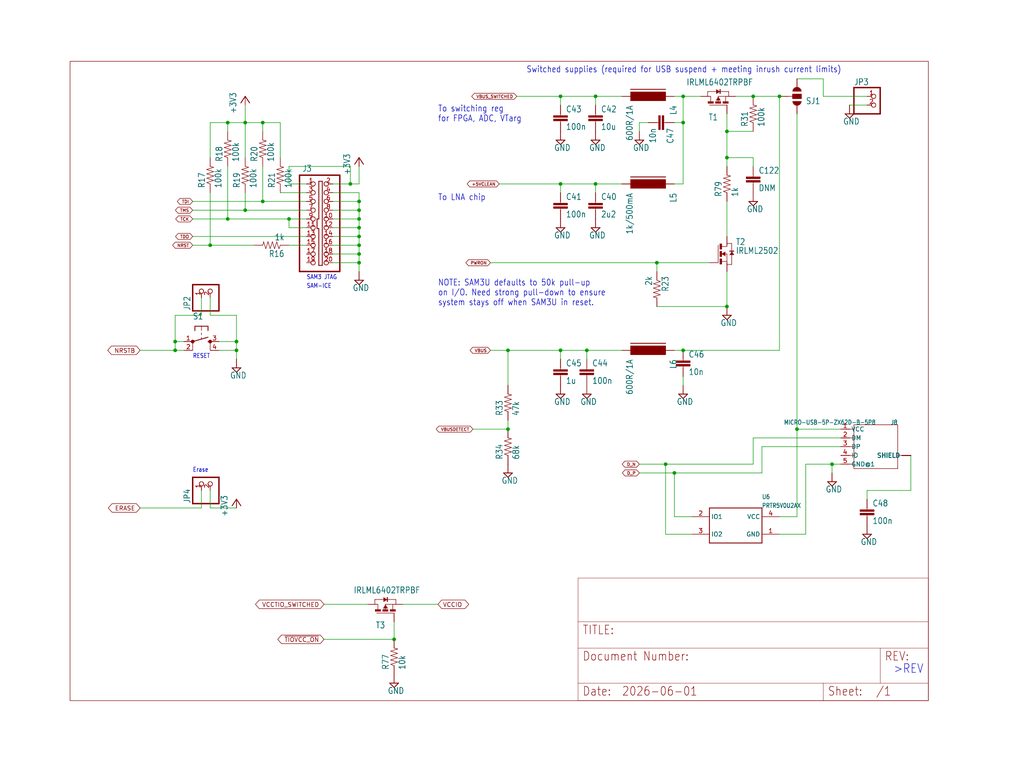
<source format=kicad_sch>
(kicad_sch (version 20230121) (generator eeschema)
  (paper "User" 297.002 223.571)
  (lib_symbols
    (symbol "cw-lite-main-eagle-import:+3V3" (power)
      (property "Value" "+3V3" (at -2.54 -5.08 90))
      (symbol "+3V3_1_0"
        (polyline (pts (xy 0 0) (xy -1.27 -1.905)) (stroke (width 0.254)))
        (polyline (pts (xy 1.27 -1.905) (xy 0 0)) (stroke (width 0.254)))
        (pin power_in line (at 0 -2.54 90) (length 2.54) (name "+3V3") (number "1"))
      )
    )
    (symbol "cw-lite-main-eagle-import:FERRITE-0603"
      (property "Reference" "L" (at 2.54 6.35 0))
      (symbol "FERRITE-0603_1_0"
        (rectangle (start -1.27 -5.08) (end 1.27 5.08) (fill (type outline)))
        (polyline (pts (xy -2.032 -5.08) (xy -2.032 5.08)) (stroke (width 0.254)))
        (pin passive line (at 0 7.62 270) (length 2.54) (name "1") (number "1"))
        (pin passive line (at 0 -7.62 90) (length 2.54) (name "2") (number "2"))
      )
    )
    (symbol "cw-lite-main-eagle-import:GND" (power)
      (property "Value" "GND" (at -1.905 -3.175 0))
      (symbol "GND_1_0"
        (polyline (pts (xy -1.27 0) (xy 1.27 0)) (stroke (width 0.254)))
        (polyline (pts (xy 0 -1.27) (xy -1.27 0)) (stroke (width 0.254)))
        (polyline (pts (xy 1.27 0) (xy 0 -1.27)) (stroke (width 0.254)))
        (pin power_in line (at 0 2.54 270) (length 2.54) (name "GND") (number "1"))
      )
    )
    (symbol "cw-lite-main-eagle-import:LETTER_L"
      (symbol "LETTER_L_1_0"
        (polyline (pts (xy 0 0) (xy 248.92 0) (xy 248.92 185.42) (xy 0 185.42) (xy 0 0)))
      )
      (symbol "LETTER_L_2_0"
        (polyline (pts (xy 0 0) (xy 0 5.08)) (stroke (width 0.1016)))
        (polyline (pts (xy 0 0) (xy 71.12 0)) (stroke (width 0.1016)))
        (polyline (pts (xy 0 5.08) (xy 0 15.24)) (stroke (width 0.1016)))
        (polyline (pts (xy 0 5.08) (xy 71.12 5.08)) (stroke (width 0.1016)))
        (polyline (pts (xy 0 15.24) (xy 0 22.86)) (stroke (width 0.1016)))
        (polyline (pts (xy 0 22.86) (xy 0 35.56)) (stroke (width 0.1016)))
        (polyline (pts (xy 0 22.86) (xy 101.6 22.86)) (stroke (width 0.1016)))
        (polyline (pts (xy 71.12 0) (xy 101.6 0)) (stroke (width 0.1016)))
        (polyline (pts (xy 71.12 5.08) (xy 71.12 0)) (stroke (width 0.1016)))
        (polyline (pts (xy 71.12 5.08) (xy 87.63 5.08)) (stroke (width 0.1016)))
        (polyline (pts (xy 87.63 5.08) (xy 101.6 5.08)) (stroke (width 0.1016)))
        (polyline (pts (xy 87.63 15.24) (xy 0 15.24)) (stroke (width 0.1016)))
        (polyline (pts (xy 87.63 15.24) (xy 87.63 5.08)) (stroke (width 0.1016)))
        (polyline (pts (xy 101.6 5.08) (xy 101.6 0)) (stroke (width 0.1016)))
        (polyline (pts (xy 101.6 15.24) (xy 87.63 15.24)) (stroke (width 0.1016)))
        (polyline (pts (xy 101.6 15.24) (xy 101.6 5.08)) (stroke (width 0.1016)))
        (polyline (pts (xy 101.6 22.86) (xy 101.6 15.24)) (stroke (width 0.1016)))
        (polyline (pts (xy 101.6 35.56) (xy 0 35.56)) (stroke (width 0.1016)))
        (polyline (pts (xy 101.6 35.56) (xy 101.6 22.86)) (stroke (width 0.1016)))
        (text "${#}/${##}" (at 86.36 1.27 0) (effects (font (size 2.54 2.159)) (justify left bottom)))
        (text "${CURRENT_DATE}" (at 12.7 1.27 0) (effects (font (size 2.54 2.159)) (justify left bottom)))
        (text "${PROJECTNAME}" (at 17.78 19.05 0) (effects (font (size 2.54 2.159)) (justify left bottom)))
        (text "Date:" (at 1.27 1.27 0) (effects (font (size 2.54 2.159)) (justify left bottom)))
        (text "Document Number:" (at 1.27 11.43 0) (effects (font (size 2.54 2.159)) (justify left bottom)))
        (text "REV:" (at 88.9 11.43 0) (effects (font (size 2.54 2.159)) (justify left bottom)))
        (text "Sheet:" (at 72.39 1.27 0) (effects (font (size 2.54 2.159)) (justify left bottom)))
        (text "TITLE:" (at 1.27 19.05 0) (effects (font (size 2.54 2.159)) (justify left bottom)))
      )
    )
    (symbol "cw-lite-main-eagle-import:MICRO-USB-5P-ZX62D-B-5P8"
      (property "Reference" "J" (at -6.35 6.35 0))
      (symbol "MICRO-USB-5P-ZX62D-B-5P8_1_0"
        (polyline (pts (xy -7.62 -2.54) (xy -6.35 -2.54)) (stroke (width 0.1524)))
        (polyline (pts (xy -6.35 -6.35) (xy 6.35 -6.35)) (stroke (width 0.1524)))
        (polyline (pts (xy -6.35 -2.54) (xy -6.35 -6.35)) (stroke (width 0.1524)))
        (polyline (pts (xy -6.35 6.35) (xy -6.35 -2.54)) (stroke (width 0.1524)))
        (polyline (pts (xy 6.35 -6.35) (xy 6.35 -5.08)) (stroke (width 0.1524)))
        (polyline (pts (xy 6.35 -5.08) (xy 6.35 -2.54)) (stroke (width 0.1524)))
        (polyline (pts (xy 6.35 -5.08) (xy 7.62 -5.08)) (stroke (width 0.1524)))
        (polyline (pts (xy 6.35 -2.54) (xy 6.35 0)) (stroke (width 0.1524)))
        (polyline (pts (xy 6.35 -2.54) (xy 7.62 -2.54)) (stroke (width 0.1524)))
        (polyline (pts (xy 6.35 0) (xy 6.35 2.54)) (stroke (width 0.1524)))
        (polyline (pts (xy 6.35 0) (xy 7.62 0)) (stroke (width 0.1524)))
        (polyline (pts (xy 6.35 2.54) (xy 6.35 5.08)) (stroke (width 0.1524)))
        (polyline (pts (xy 6.35 2.54) (xy 7.62 2.54)) (stroke (width 0.1524)))
        (polyline (pts (xy 6.35 5.08) (xy 6.35 6.35)) (stroke (width 0.1524)))
        (polyline (pts (xy 6.35 5.08) (xy 8.89 5.08)) (stroke (width 0.1524)))
        (polyline (pts (xy 6.35 6.35) (xy -6.35 6.35)) (stroke (width 0.1524)))
        (pin bidirectional line (at 10.16 5.08 180) (length 2.54) (name "VCC") (number "1"))
        (pin bidirectional line (at 10.16 2.54 180) (length 2.54) (name "DM") (number "2"))
        (pin bidirectional line (at 10.16 0 180) (length 2.54) (name "DP") (number "3"))
        (pin bidirectional line (at 10.16 -2.54 180) (length 2.54) (name "ID") (number "4"))
        (pin bidirectional line (at 10.16 -5.08 180) (length 2.54) (name "GND@1") (number "5"))
        (pin bidirectional line (at -10.16 -2.54 0) (length 2.54) (name "SHIELD") (number "E1"))
        (pin bidirectional line (at -10.16 -2.54 0) (length 2.54) (name "SHIELD") (number "E2"))
        (pin bidirectional line (at -10.16 -2.54 0) (length 2.54) (name "SHIELD") (number "P$1"))
        (pin bidirectional line (at -10.16 -2.54 0) (length 2.54) (name "SHIELD") (number "P$2"))
        (pin bidirectional line (at -10.16 -2.54 0) (length 2.54) (name "SHIELD") (number "P$3"))
        (pin bidirectional line (at -10.16 -2.54 0) (length 2.54) (name "SHIELD") (number "P$4"))
      )
    )
    (symbol "cw-lite-main-eagle-import:NMOSSOT23"
      (property "Reference" "T" (at 2.54 2.54 0))
      (symbol "NMOSSOT23_1_0"
        (rectangle (start -2.032 -2.921) (end -1.524 -1.397) (fill (type outline)))
        (rectangle (start -2.032 -0.762) (end -1.524 0.762) (fill (type outline)))
        (rectangle (start -2.032 1.397) (end -1.524 2.921) (fill (type outline)))
        (polyline (pts (xy -2.54 -2.54) (xy -2.54 2.54)) (stroke (width 0.1524)))
        (polyline (pts (xy -1.524 -2.159) (xy 0 -2.159)) (stroke (width 0.1524)))
        (polyline (pts (xy -1.524 2.159) (xy 0 2.159)) (stroke (width 0.1524)))
        (polyline (pts (xy -0.508 0) (xy 0 0)) (stroke (width 0.1524)))
        (polyline (pts (xy 0 -2.159) (xy 0 -2.54)) (stroke (width 0.1524)))
        (polyline (pts (xy 0 0) (xy 0 -2.159)) (stroke (width 0.1524)))
        (polyline (pts (xy 0 2.159) (xy 0 2.54)) (stroke (width 0.1524)))
        (polyline (pts (xy 0 3.048) (xy 1.397 3.048)) (stroke (width 0.1524)))
        (polyline (pts (xy 1.397 -3.048) (xy 0 -3.048)) (stroke (width 0.1524)))
        (polyline (pts (xy 1.397 -0.254) (xy 1.397 -3.048)) (stroke (width 0.1524)))
        (polyline (pts (xy 1.397 3.048) (xy 1.397 0.762)) (stroke (width 0.1524)))
        (polyline (pts (xy -1.524 0) (xy -0.508 0.635) (xy -0.508 -0.635)) (stroke (width 0.1016)) (fill (type outline)))
        (polyline (pts (xy 1.397 0.762) (xy 2.032 -0.254) (xy 0.762 -0.254)) (stroke (width 0.1016)) (fill (type outline)))
        (rectangle (start 0.762 0.762) (end 2.032 0.889) (fill (type outline)))
        (pin passive line (at 0 5.08 270) (length 2.54) (name "D") (number "1"))
        (pin passive line (at 0 -5.08 90) (length 2.54) (name "S") (number "2"))
        (pin passive line (at -5.08 -2.54 0) (length 2.54) (name "G") (number "3"))
      )
    )
    (symbol "cw-lite-main-eagle-import:PINHD-1X2"
      (property "Reference" "JP" (at -6.35 5.715 0))
      (symbol "PINHD-1X2_1_0"
        (polyline (pts (xy -6.35 -2.54) (xy 1.27 -2.54)) (stroke (width 0.4064)))
        (polyline (pts (xy -6.35 5.08) (xy -6.35 -2.54)) (stroke (width 0.4064)))
        (polyline (pts (xy 1.27 -2.54) (xy 1.27 5.08)) (stroke (width 0.4064)))
        (polyline (pts (xy 1.27 5.08) (xy -6.35 5.08)) (stroke (width 0.4064)))
        (pin passive inverted (at -2.54 2.54 0) (length 2.54) (name "1") (number "1"))
        (pin passive inverted (at -2.54 0 0) (length 2.54) (name "2") (number "2"))
      )
    )
    (symbol "cw-lite-main-eagle-import:PMOSSOT23"
      (property "Reference" "T" (at 2.54 2.54 0))
      (symbol "PMOSSOT23_1_0"
        (rectangle (start -2.032 -2.921) (end -1.524 -1.397) (fill (type outline)))
        (rectangle (start -2.032 -0.762) (end -1.524 0.762) (fill (type outline)))
        (rectangle (start -2.032 1.397) (end -1.524 2.921) (fill (type outline)))
        (polyline (pts (xy -2.54 -2.54) (xy -2.54 2.54)) (stroke (width 0.1524)))
        (polyline (pts (xy -1.651 0) (xy 0 0)) (stroke (width 0.1524)))
        (polyline (pts (xy -1.524 -2.159) (xy 0 -2.159)) (stroke (width 0.1524)))
        (polyline (pts (xy -1.524 2.159) (xy 0 2.159)) (stroke (width 0.1524)))
        (polyline (pts (xy 0 -2.159) (xy 0 -2.54)) (stroke (width 0.1524)))
        (polyline (pts (xy 0 0) (xy 0 -2.159)) (stroke (width 0.1524)))
        (polyline (pts (xy 0 2.159) (xy 0 2.54)) (stroke (width 0.1524)))
        (polyline (pts (xy 0 3.048) (xy 1.397 3.048)) (stroke (width 0.1524)))
        (polyline (pts (xy 1.397 -3.048) (xy 0 -3.048)) (stroke (width 0.1524)))
        (polyline (pts (xy 1.397 -0.508) (xy 1.397 -3.048)) (stroke (width 0.1524)))
        (polyline (pts (xy 1.397 3.048) (xy 1.397 0.381)) (stroke (width 0.1524)))
        (polyline (pts (xy -0.127 0) (xy -1.143 -0.635) (xy -1.143 0.635)) (stroke (width 0.1016)) (fill (type outline)))
        (polyline (pts (xy 1.397 -0.508) (xy 0.762 0.508) (xy 2.032 0.508)) (stroke (width 0.1016)) (fill (type outline)))
        (rectangle (start 0.762 -0.635) (end 2.032 -0.508) (fill (type outline)))
        (pin passive line (at 0 5.08 270) (length 2.54) (name "D") (number "1"))
        (pin passive line (at 0 -5.08 90) (length 2.54) (name "S") (number "2"))
        (pin passive line (at -5.08 -2.54 0) (length 2.54) (name "G") (number "3"))
      )
    )
    (symbol "cw-lite-main-eagle-import:PRTR5V0U2AX"
      (property "Reference" "U" (at 12.7 7.62 0))
      (symbol "PRTR5V0U2AX_1_0"
        (polyline (pts (xy -2.54 -5.08) (xy 12.7 -5.08)) (stroke (width 0.254)))
        (polyline (pts (xy -2.54 5.08) (xy -2.54 -5.08)) (stroke (width 0.254)))
        (polyline (pts (xy 12.7 -5.08) (xy 12.7 5.08)) (stroke (width 0.254)))
        (polyline (pts (xy 12.7 5.08) (xy -2.54 5.08)) (stroke (width 0.254)))
        (pin bidirectional line (at 17.78 -2.54 180) (length 5.08) (name "GND") (number "1"))
        (pin bidirectional line (at -7.62 2.54 0) (length 5.08) (name "IO1") (number "2"))
        (pin bidirectional line (at -7.62 -2.54 0) (length 5.08) (name "IO2") (number "3"))
        (pin bidirectional line (at 17.78 2.54 180) (length 5.08) (name "VCC") (number "4"))
      )
    )
    (symbol "cw-lite-main-eagle-import:RES0402-RES"
      (property "Reference" "R" (at -3.81 1.4986 0))
      (symbol "RES0402-RES_1_0"
        (polyline (pts (xy -2.54 0) (xy -2.159 1.016)) (stroke (width 0.1524)))
        (polyline (pts (xy -2.159 1.016) (xy -1.524 -1.016)) (stroke (width 0.1524)))
        (polyline (pts (xy -1.524 -1.016) (xy -0.889 1.016)) (stroke (width 0.1524)))
        (polyline (pts (xy -0.889 1.016) (xy -0.254 -1.016)) (stroke (width 0.1524)))
        (polyline (pts (xy -0.254 -1.016) (xy 0.381 1.016)) (stroke (width 0.1524)))
        (polyline (pts (xy 0.381 1.016) (xy 1.016 -1.016)) (stroke (width 0.1524)))
        (polyline (pts (xy 1.016 -1.016) (xy 1.651 1.016)) (stroke (width 0.1524)))
        (polyline (pts (xy 1.651 1.016) (xy 2.286 -1.016)) (stroke (width 0.1524)))
        (polyline (pts (xy 2.286 -1.016) (xy 2.54 0)) (stroke (width 0.1524)))
        (pin passive line (at -5.08 0 0) (length 2.54) (name "1") (number "1"))
        (pin passive line (at 5.08 0 180) (length 2.54) (name "2") (number "2"))
      )
    )
    (symbol "cw-lite-main-eagle-import:SHROUD_2X10-SHROUDED"
      (property "Reference" "J" (at -1.27 13.6525 0))
      (symbol "SHROUD_2X10-SHROUDED_1_0"
        (polyline (pts (xy -2.032 -15.24) (xy -2.032 12.7)) (stroke (width 0.4064)))
        (polyline (pts (xy -2.032 12.7) (xy 9.652 12.7)) (stroke (width 0.4064)))
        (polyline (pts (xy 3.048 -2.794) (xy 3.556 -2.794)) (stroke (width 0.254)))
        (polyline (pts (xy 3.048 0) (xy 3.048 -2.794)) (stroke (width 0.254)))
        (polyline (pts (xy 3.556 -13.462) (xy 4.572 -13.462)) (stroke (width 0.254)))
        (polyline (pts (xy 3.556 -2.794) (xy 3.556 -13.462)) (stroke (width 0.254)))
        (polyline (pts (xy 3.556 0) (xy 3.048 0)) (stroke (width 0.254)))
        (polyline (pts (xy 3.556 10.922) (xy 3.556 0)) (stroke (width 0.254)))
        (polyline (pts (xy 4.572 -13.462) (xy 4.572 10.922)) (stroke (width 0.254)))
        (polyline (pts (xy 4.572 10.922) (xy 3.556 10.922)) (stroke (width 0.254)))
        (polyline (pts (xy 9.652 -15.24) (xy -2.032 -15.24)) (stroke (width 0.4064)))
        (polyline (pts (xy 9.652 12.7) (xy 9.652 -15.24)) (stroke (width 0.4064)))
        (pin passive inverted (at 0 10.16 0) (length 2.54) (name "1") (number "1"))
        (pin passive inverted (at 7.62 0 180) (length 2.54) (name "10") (number "10"))
        (pin passive inverted (at 0 -2.54 0) (length 2.54) (name "11") (number "11"))
        (pin passive inverted (at 7.62 -2.54 180) (length 2.54) (name "12") (number "12"))
        (pin passive inverted (at 0 -5.08 0) (length 2.54) (name "13") (number "13"))
        (pin passive inverted (at 7.62 -5.08 180) (length 2.54) (name "14") (number "14"))
        (pin passive inverted (at 0 -7.62 0) (length 2.54) (name "15") (number "15"))
        (pin passive inverted (at 7.62 -7.62 180) (length 2.54) (name "16") (number "16"))
        (pin passive inverted (at 0 -10.16 0) (length 2.54) (name "17") (number "17"))
        (pin passive inverted (at 7.62 -10.16 180) (length 2.54) (name "18") (number "18"))
        (pin passive inverted (at 0 -12.7 0) (length 2.54) (name "19") (number "19"))
        (pin passive inverted (at 7.62 10.16 180) (length 2.54) (name "2") (number "2"))
        (pin passive inverted (at 7.62 -12.7 180) (length 2.54) (name "20") (number "20"))
        (pin passive inverted (at 0 7.62 0) (length 2.54) (name "3") (number "3"))
        (pin passive inverted (at 7.62 7.62 180) (length 2.54) (name "4") (number "4"))
        (pin passive inverted (at 0 5.08 0) (length 2.54) (name "5") (number "5"))
        (pin passive inverted (at 7.62 5.08 180) (length 2.54) (name "6") (number "6"))
        (pin passive inverted (at 0 2.54 0) (length 2.54) (name "7") (number "7"))
        (pin passive inverted (at 7.62 2.54 180) (length 2.54) (name "8") (number "8"))
        (pin passive inverted (at 0 0 0) (length 2.54) (name "9") (number "9"))
      )
    )
    (symbol "cw-lite-main-eagle-import:SOLDERJUMPER_2WAYPASTE1&2"
      (property "Reference" "SJ" (at 2.54 0.381 0))
      (symbol "SOLDERJUMPER_2WAYPASTE1&2_1_0"
        (arc (start -1.27 -1.397) (mid 0 -2.6615) (end 1.27 -1.397) (stroke (width 0.0001)) (fill (type outline)))
        (rectangle (start -1.27 -0.635) (end 1.27 0.635) (fill (type outline)))
        (polyline (pts (xy -2.54 0) (xy -1.27 0)) (stroke (width 0.1524)))
        (polyline (pts (xy -1.27 -0.635) (xy -1.27 0)) (stroke (width 0.1524)))
        (polyline (pts (xy -1.27 0) (xy -1.27 0.635)) (stroke (width 0.1524)))
        (polyline (pts (xy -1.27 0.635) (xy 1.27 0.635)) (stroke (width 0.1524)))
        (polyline (pts (xy 1.27 -0.635) (xy -1.27 -0.635)) (stroke (width 0.1524)))
        (polyline (pts (xy 1.27 0.635) (xy 1.27 -0.635)) (stroke (width 0.1524)))
        (arc (start 1.27 1.397) (mid 0 2.6615) (end -1.27 1.397) (stroke (width 0.0001)) (fill (type outline)))
        (pin passive line (at 0 5.08 270) (length 2.54) (name "1") (number "1"))
        (pin passive line (at -5.08 0 0) (length 2.54) (name "2") (number "2"))
        (pin passive line (at 0 -5.08 90) (length 2.54) (name "3") (number "3"))
      )
    )
    (symbol "cw-lite-main-eagle-import:TAC_SWITCHSMD"
      (property "Reference" "S" (at -2.54 6.35 0))
      (symbol "TAC_SWITCHSMD_1_0"
        (circle (center -2.54 0) (radius 0.127) (stroke (width 0.4064)))
        (polyline (pts (xy -2.54 -2.54) (xy -2.54 0)) (stroke (width 0.1524)))
        (polyline (pts (xy -2.54 0) (xy 1.905 1.27)) (stroke (width 0.254)))
        (polyline (pts (xy -1.905 4.445) (xy -1.905 3.175)) (stroke (width 0.254)))
        (polyline (pts (xy 0 1.27) (xy 0 0.635)) (stroke (width 0.1524)))
        (polyline (pts (xy 0 2.54) (xy 0 1.905)) (stroke (width 0.1524)))
        (polyline (pts (xy 0 4.445) (xy -1.905 4.445)) (stroke (width 0.254)))
        (polyline (pts (xy 0 4.445) (xy 0 3.175)) (stroke (width 0.1524)))
        (polyline (pts (xy 1.905 0) (xy 2.54 0)) (stroke (width 0.254)))
        (polyline (pts (xy 1.905 4.445) (xy 0 4.445)) (stroke (width 0.254)))
        (polyline (pts (xy 1.905 4.445) (xy 1.905 3.175)) (stroke (width 0.254)))
        (polyline (pts (xy 2.54 -2.54) (xy 2.54 0)) (stroke (width 0.1524)))
        (circle (center 2.54 0) (radius 0.127) (stroke (width 0.4064)))
        (pin passive line (at -5.08 0 0) (length 2.54) (name "1") (number "1"))
        (pin passive line (at -5.08 -2.54 0) (length 2.54) (name "2") (number "2"))
        (pin passive line (at 5.08 0 180) (length 2.54) (name "3") (number "3"))
        (pin passive line (at 5.08 -2.54 180) (length 2.54) (name "4") (number "4"))
      )
    )
    (symbol "cw-lite-main-eagle-import:custom-std_CAP0603-CAP"
      (property "Reference" "C" (at 1.524 2.921 0))
      (symbol "custom-std_CAP0603-CAP_1_0"
        (rectangle (start -2.032 0.508) (end 2.032 1.016) (fill (type outline)))
        (rectangle (start -2.032 1.524) (end 2.032 2.032) (fill (type outline)))
        (polyline (pts (xy 0 0) (xy 0 0.508)) (stroke (width 0.1524)))
        (polyline (pts (xy 0 2.54) (xy 0 2.032)) (stroke (width 0.1524)))
        (pin passive line (at 0 5.08 270) (length 2.54) (name "1") (number "1"))
        (pin passive line (at 0 -2.54 90) (length 2.54) (name "2") (number "2"))
      )
    )
    (symbol "cw-lite-main-eagle-import:custom-std_RES0402-RES"
      (property "Reference" "R" (at -3.81 1.4986 0))
      (symbol "custom-std_RES0402-RES_1_0"
        (polyline (pts (xy -2.54 0) (xy -2.159 1.016)) (stroke (width 0.1524)))
        (polyline (pts (xy -2.159 1.016) (xy -1.524 -1.016)) (stroke (width 0.1524)))
        (polyline (pts (xy -1.524 -1.016) (xy -0.889 1.016)) (stroke (width 0.1524)))
        (polyline (pts (xy -0.889 1.016) (xy -0.254 -1.016)) (stroke (width 0.1524)))
        (polyline (pts (xy -0.254 -1.016) (xy 0.381 1.016)) (stroke (width 0.1524)))
        (polyline (pts (xy 0.381 1.016) (xy 1.016 -1.016)) (stroke (width 0.1524)))
        (polyline (pts (xy 1.016 -1.016) (xy 1.651 1.016)) (stroke (width 0.1524)))
        (polyline (pts (xy 1.651 1.016) (xy 2.286 -1.016)) (stroke (width 0.1524)))
        (polyline (pts (xy 2.286 -1.016) (xy 2.54 0)) (stroke (width 0.1524)))
        (pin passive line (at -5.08 0 0) (length 2.54) (name "1") (number "1"))
        (pin passive line (at 5.08 0 180) (length 2.54) (name "2") (number "2"))
      )
    )
    (symbol "cw-lite-main-eagle-import:custom-std_RES0603-RES"
      (property "Reference" "R" (at -3.81 1.4986 0))
      (symbol "custom-std_RES0603-RES_1_0"
        (polyline (pts (xy -2.54 0) (xy -2.159 1.016)) (stroke (width 0.1524)))
        (polyline (pts (xy -2.159 1.016) (xy -1.524 -1.016)) (stroke (width 0.1524)))
        (polyline (pts (xy -1.524 -1.016) (xy -0.889 1.016)) (stroke (width 0.1524)))
        (polyline (pts (xy -0.889 1.016) (xy -0.254 -1.016)) (stroke (width 0.1524)))
        (polyline (pts (xy -0.254 -1.016) (xy 0.381 1.016)) (stroke (width 0.1524)))
        (polyline (pts (xy 0.381 1.016) (xy 1.016 -1.016)) (stroke (width 0.1524)))
        (polyline (pts (xy 1.016 -1.016) (xy 1.651 1.016)) (stroke (width 0.1524)))
        (polyline (pts (xy 1.651 1.016) (xy 2.286 -1.016)) (stroke (width 0.1524)))
        (polyline (pts (xy 2.286 -1.016) (xy 2.54 0)) (stroke (width 0.1524)))
        (pin passive line (at -5.08 0 0) (length 2.54) (name "1") (number "1"))
        (pin passive line (at 5.08 0 180) (length 2.54) (name "2") (number "2"))
      )
    )
  )
  (junction (at 190.5 76.2))
  (junction (at 195.58 137.16))
  (junction (at 172.72 27.94))
  (junction (at 210.82 45.72))
  (junction (at 231.14 124.46))
  (junction (at 162.56 27.94))
  (junction (at 218.44 27.94))
  (junction (at 104.14 66.04))
  (junction (at 162.56 53.34))
  (junction (at 50.8 101.6))
  (junction (at 198.12 27.94))
  (junction (at 71.12 35.56))
  (junction (at 104.14 73.66))
  (junction (at 104.14 68.58))
  (junction (at 162.56 101.6))
  (junction (at 114.3 185.42))
  (junction (at 198.12 101.6))
  (junction (at 50.8 99.06))
  (junction (at 68.58 99.06))
  (junction (at 83.82 63.5))
  (junction (at 76.2 58.42))
  (junction (at 104.14 71.12))
  (junction (at 71.12 60.96))
  (junction (at 68.58 101.6))
  (junction (at 104.14 63.5))
  (junction (at 210.82 88.9))
  (junction (at 226.06 27.94))
  (junction (at 147.32 124.46))
  (junction (at 60.96 71.12))
  (junction (at 104.14 76.2))
  (junction (at 241.3 134.62))
  (junction (at 104.14 58.42))
  (junction (at 101.6 53.34))
  (junction (at 198.12 35.56))
  (junction (at 66.04 35.56))
  (junction (at 147.32 101.6))
  (junction (at 66.04 63.5))
  (junction (at 76.2 35.56))
  (junction (at 172.72 53.34))
  (junction (at 170.18 101.6))
  (junction (at 104.14 60.96))
  (junction (at 193.04 134.62))
  (junction (at 210.82 38.1))
  (wire (pts (xy 218.44 134.62) (xy 193.04 134.62)) (stroke (width 0.1524)))
  (wire (pts (xy 76.2 38.1) (xy 76.2 35.56)) (stroke (width 0.1524)))
  (wire (pts (xy 200.66 154.94) (xy 193.04 154.94)) (stroke (width 0.1524)))
  (wire (pts (xy 190.5 76.2) (xy 142.24 76.2)) (stroke (width 0.1524)))
  (wire (pts (xy 162.56 53.34) (xy 144.78 53.34)) (stroke (width 0.1524)))
  (wire (pts (xy 76.2 58.42) (xy 55.88 58.42)) (stroke (width 0.1524)))
  (wire (pts (xy 218.44 27.94) (xy 226.06 27.94)) (stroke (width 0.1524)))
  (wire (pts (xy 66.04 38.1) (xy 66.04 35.56)) (stroke (width 0.1524)))
  (wire (pts (xy 73.66 71.12) (xy 60.96 71.12)) (stroke (width 0.1524)))
  (wire (pts (xy 203.2 27.94) (xy 198.12 27.94)) (stroke (width 0.1524)))
  (wire (pts (xy 218.44 45.72) (xy 218.44 48.26)) (stroke (width 0.1524)))
  (wire (pts (xy 88.9 60.96) (xy 71.12 60.96)) (stroke (width 0.1524)))
  (wire (pts (xy 50.8 101.6) (xy 53.34 101.6)) (stroke (width 0.1524)))
  (wire (pts (xy 63.5 99.06) (xy 68.58 99.06)) (stroke (width 0.1524)))
  (wire (pts (xy 198.12 35.56) (xy 198.12 27.94)) (stroke (width 0.1524)))
  (wire (pts (xy 226.06 149.86) (xy 231.14 149.86)) (stroke (width 0.1524)))
  (wire (pts (xy 220.98 129.54) (xy 220.98 137.16)) (stroke (width 0.1524)))
  (wire (pts (xy 251.46 30.48) (xy 246.38 30.48)) (stroke (width 0.1524)))
  (wire (pts (xy 88.9 68.58) (xy 55.88 68.58)) (stroke (width 0.1524)))
  (wire (pts (xy 210.82 33.02) (xy 210.82 38.1)) (stroke (width 0.1524)))
  (wire (pts (xy 66.04 63.5) (xy 55.88 63.5)) (stroke (width 0.1524)))
  (wire (pts (xy 96.52 68.58) (xy 104.14 68.58)) (stroke (width 0.1524)))
  (wire (pts (xy 88.9 71.12) (xy 83.82 71.12)) (stroke (width 0.1524)))
  (wire (pts (xy 114.3 185.42) (xy 93.98 185.42)) (stroke (width 0.1524)))
  (wire (pts (xy 96.52 73.66) (xy 104.14 73.66)) (stroke (width 0.1524)))
  (wire (pts (xy 205.74 76.2) (xy 190.5 76.2)) (stroke (width 0.1524)))
  (wire (pts (xy 83.82 63.5) (xy 66.04 63.5)) (stroke (width 0.1524)))
  (wire (pts (xy 88.9 55.88) (xy 81.28 55.88)) (stroke (width 0.1524)))
  (wire (pts (xy 83.82 53.34) (xy 83.82 48.26)) (stroke (width 0.1524)))
  (wire (pts (xy 226.06 101.6) (xy 226.06 27.94)) (stroke (width 0.1524)))
  (wire (pts (xy 60.96 55.88) (xy 60.96 71.12)) (stroke (width 0.1524)))
  (wire (pts (xy 243.84 129.54) (xy 220.98 129.54)) (stroke (width 0.1524)))
  (wire (pts (xy 226.06 154.94) (xy 233.68 154.94)) (stroke (width 0.1524)))
  (wire (pts (xy 101.6 53.34) (xy 104.14 53.34)) (stroke (width 0.1524)))
  (wire (pts (xy 172.72 55.88) (xy 172.72 53.34)) (stroke (width 0.1524)))
  (wire (pts (xy 104.14 63.5) (xy 104.14 66.04)) (stroke (width 0.1524)))
  (wire (pts (xy 106.68 175.26) (xy 93.98 175.26)) (stroke (width 0.1524)))
  (wire (pts (xy 60.96 35.56) (xy 66.04 35.56)) (stroke (width 0.1524)))
  (wire (pts (xy 172.72 27.94) (xy 162.56 27.94)) (stroke (width 0.1524)))
  (wire (pts (xy 147.32 121.92) (xy 147.32 124.46)) (stroke (width 0.1524)))
  (wire (pts (xy 58.42 147.32) (xy 40.64 147.32)) (stroke (width 0.1524)))
  (wire (pts (xy 71.12 45.72) (xy 71.12 35.56)) (stroke (width 0.1524)))
  (wire (pts (xy 198.12 101.6) (xy 226.06 101.6)) (stroke (width 0.1524)))
  (wire (pts (xy 116.84 175.26) (xy 127 175.26)) (stroke (width 0.1524)))
  (wire (pts (xy 63.5 101.6) (xy 68.58 101.6)) (stroke (width 0.1524)))
  (wire (pts (xy 251.46 142.24) (xy 251.46 144.78)) (stroke (width 0.1524)))
  (wire (pts (xy 96.52 76.2) (xy 104.14 76.2)) (stroke (width 0.1524)))
  (wire (pts (xy 218.44 127) (xy 218.44 134.62)) (stroke (width 0.1524)))
  (wire (pts (xy 71.12 35.56) (xy 76.2 35.56)) (stroke (width 0.1524)))
  (wire (pts (xy 193.04 134.62) (xy 185.42 134.62)) (stroke (width 0.1524)))
  (wire (pts (xy 68.58 101.6) (xy 68.58 104.14)) (stroke (width 0.1524)))
  (wire (pts (xy 198.12 111.76) (xy 198.12 109.22)) (stroke (width 0.1524)))
  (wire (pts (xy 101.6 48.26) (xy 101.6 53.34)) (stroke (width 0.1524)))
  (wire (pts (xy 172.72 53.34) (xy 162.56 53.34)) (stroke (width 0.1524)))
  (wire (pts (xy 233.68 154.94) (xy 233.68 134.62)) (stroke (width 0.1524)))
  (wire (pts (xy 170.18 101.6) (xy 162.56 101.6)) (stroke (width 0.1524)))
  (wire (pts (xy 76.2 35.56) (xy 81.28 35.56)) (stroke (width 0.1524)))
  (wire (pts (xy 195.58 53.34) (xy 198.12 53.34)) (stroke (width 0.1524)))
  (wire (pts (xy 58.42 142.24) (xy 58.42 147.32)) (stroke (width 0.1524)))
  (wire (pts (xy 96.52 60.96) (xy 104.14 60.96)) (stroke (width 0.1524)))
  (wire (pts (xy 104.14 55.88) (xy 104.14 58.42)) (stroke (width 0.1524)))
  (wire (pts (xy 88.9 58.42) (xy 76.2 58.42)) (stroke (width 0.1524)))
  (wire (pts (xy 170.18 104.14) (xy 170.18 101.6)) (stroke (width 0.1524)))
  (wire (pts (xy 60.96 142.24) (xy 60.96 147.32)) (stroke (width 0.1524)))
  (wire (pts (xy 76.2 48.26) (xy 76.2 58.42)) (stroke (width 0.1524)))
  (wire (pts (xy 50.8 91.44) (xy 50.8 99.06)) (stroke (width 0.1524)))
  (wire (pts (xy 162.56 104.14) (xy 162.56 101.6)) (stroke (width 0.1524)))
  (wire (pts (xy 218.44 38.1) (xy 210.82 38.1)) (stroke (width 0.1524)))
  (wire (pts (xy 238.76 27.94) (xy 251.46 27.94)) (stroke (width 0.1524)))
  (wire (pts (xy 162.56 101.6) (xy 147.32 101.6)) (stroke (width 0.1524)))
  (wire (pts (xy 96.52 58.42) (xy 104.14 58.42)) (stroke (width 0.1524)))
  (wire (pts (xy 213.36 27.94) (xy 218.44 27.94)) (stroke (width 0.1524)))
  (wire (pts (xy 241.3 134.62) (xy 241.3 137.16)) (stroke (width 0.1524)))
  (wire (pts (xy 96.52 55.88) (xy 104.14 55.88)) (stroke (width 0.1524)))
  (wire (pts (xy 104.14 53.34) (xy 104.14 48.26)) (stroke (width 0.1524)))
  (wire (pts (xy 60.96 147.32) (xy 68.58 147.32)) (stroke (width 0.1524)))
  (wire (pts (xy 81.28 35.56) (xy 81.28 45.72)) (stroke (width 0.1524)))
  (wire (pts (xy 162.56 27.94) (xy 162.56 30.48)) (stroke (width 0.1524)))
  (wire (pts (xy 96.52 53.34) (xy 101.6 53.34)) (stroke (width 0.1524)))
  (wire (pts (xy 50.8 99.06) (xy 50.8 101.6)) (stroke (width 0.1524)))
  (wire (pts (xy 198.12 53.34) (xy 198.12 35.56)) (stroke (width 0.1524)))
  (wire (pts (xy 88.9 63.5) (xy 83.82 63.5)) (stroke (width 0.1524)))
  (wire (pts (xy 53.34 99.06) (xy 50.8 99.06)) (stroke (width 0.1524)))
  (wire (pts (xy 96.52 71.12) (xy 104.14 71.12)) (stroke (width 0.1524)))
  (wire (pts (xy 195.58 101.6) (xy 198.12 101.6)) (stroke (width 0.1524)))
  (wire (pts (xy 104.14 71.12) (xy 104.14 73.66)) (stroke (width 0.1524)))
  (wire (pts (xy 104.14 58.42) (xy 104.14 60.96)) (stroke (width 0.1524)))
  (wire (pts (xy 147.32 101.6) (xy 142.24 101.6)) (stroke (width 0.1524)))
  (wire (pts (xy 180.34 27.94) (xy 172.72 27.94)) (stroke (width 0.1524)))
  (wire (pts (xy 162.56 53.34) (xy 162.56 55.88)) (stroke (width 0.1524)))
  (wire (pts (xy 50.8 101.6) (xy 40.64 101.6)) (stroke (width 0.1524)))
  (wire (pts (xy 180.34 53.34) (xy 172.72 53.34)) (stroke (width 0.1524)))
  (wire (pts (xy 162.56 27.94) (xy 149.86 27.94)) (stroke (width 0.1524)))
  (wire (pts (xy 66.04 35.56) (xy 71.12 35.56)) (stroke (width 0.1524)))
  (wire (pts (xy 71.12 30.48) (xy 71.12 35.56)) (stroke (width 0.1524)))
  (wire (pts (xy 231.14 124.46) (xy 243.84 124.46)) (stroke (width 0.1524)))
  (wire (pts (xy 187.96 35.56) (xy 185.42 35.56)) (stroke (width 0.1524)))
  (wire (pts (xy 210.82 58.42) (xy 210.82 68.58)) (stroke (width 0.1524)))
  (wire (pts (xy 190.5 78.74) (xy 190.5 76.2)) (stroke (width 0.1524)))
  (wire (pts (xy 210.82 38.1) (xy 210.82 45.72)) (stroke (width 0.1524)))
  (wire (pts (xy 71.12 55.88) (xy 71.12 60.96)) (stroke (width 0.1524)))
  (wire (pts (xy 190.5 88.9) (xy 210.82 88.9)) (stroke (width 0.1524)))
  (wire (pts (xy 104.14 76.2) (xy 104.14 78.74)) (stroke (width 0.1524)))
  (wire (pts (xy 68.58 91.44) (xy 68.58 99.06)) (stroke (width 0.1524)))
  (wire (pts (xy 233.68 134.62) (xy 241.3 134.62)) (stroke (width 0.1524)))
  (wire (pts (xy 96.52 63.5) (xy 104.14 63.5)) (stroke (width 0.1524)))
  (wire (pts (xy 264.16 142.24) (xy 251.46 142.24)) (stroke (width 0.1524)))
  (wire (pts (xy 198.12 27.94) (xy 195.58 27.94)) (stroke (width 0.1524)))
  (wire (pts (xy 58.42 91.44) (xy 50.8 91.44)) (stroke (width 0.1524)))
  (wire (pts (xy 200.66 149.86) (xy 195.58 149.86)) (stroke (width 0.1524)))
  (wire (pts (xy 264.16 132.08) (xy 264.16 142.24)) (stroke (width 0.1524)))
  (wire (pts (xy 104.14 60.96) (xy 104.14 63.5)) (stroke (width 0.1524)))
  (wire (pts (xy 83.82 48.26) (xy 101.6 48.26)) (stroke (width 0.1524)))
  (wire (pts (xy 83.82 66.04) (xy 83.82 63.5)) (stroke (width 0.1524)))
  (wire (pts (xy 220.98 137.16) (xy 195.58 137.16)) (stroke (width 0.1524)))
  (wire (pts (xy 193.04 154.94) (xy 193.04 134.62)) (stroke (width 0.1524)))
  (wire (pts (xy 71.12 60.96) (xy 55.88 60.96)) (stroke (width 0.1524)))
  (wire (pts (xy 210.82 45.72) (xy 218.44 45.72)) (stroke (width 0.1524)))
  (wire (pts (xy 96.52 66.04) (xy 104.14 66.04)) (stroke (width 0.1524)))
  (wire (pts (xy 185.42 35.56) (xy 185.42 38.1)) (stroke (width 0.1524)))
  (wire (pts (xy 60.96 45.72) (xy 60.96 35.56)) (stroke (width 0.1524)))
  (wire (pts (xy 58.42 86.36) (xy 58.42 91.44)) (stroke (width 0.1524)))
  (wire (pts (xy 104.14 73.66) (xy 104.14 76.2)) (stroke (width 0.1524)))
  (wire (pts (xy 147.32 124.46) (xy 137.16 124.46)) (stroke (width 0.1524)))
  (wire (pts (xy 231.14 33.02) (xy 231.14 124.46)) (stroke (width 0.1524)))
  (wire (pts (xy 60.96 86.36) (xy 60.96 91.44)) (stroke (width 0.1524)))
  (wire (pts (xy 243.84 134.62) (xy 241.3 134.62)) (stroke (width 0.1524)))
  (wire (pts (xy 238.76 22.86) (xy 238.76 27.94)) (stroke (width 0.1524)))
  (wire (pts (xy 231.14 149.86) (xy 231.14 124.46)) (stroke (width 0.1524)))
  (wire (pts (xy 88.9 66.04) (xy 83.82 66.04)) (stroke (width 0.1524)))
  (wire (pts (xy 68.58 99.06) (xy 68.58 101.6)) (stroke (width 0.1524)))
  (wire (pts (xy 231.14 22.86) (xy 238.76 22.86)) (stroke (width 0.1524)))
  (wire (pts (xy 243.84 127) (xy 218.44 127)) (stroke (width 0.1524)))
  (wire (pts (xy 195.58 149.86) (xy 195.58 137.16)) (stroke (width 0.1524)))
  (wire (pts (xy 66.04 48.26) (xy 66.04 63.5)) (stroke (width 0.1524)))
  (wire (pts (xy 210.82 78.74) (xy 210.82 88.9)) (stroke (width 0.1524)))
  (wire (pts (xy 198.12 35.56) (xy 195.58 35.56)) (stroke (width 0.1524)))
  (wire (pts (xy 104.14 68.58) (xy 104.14 71.12)) (stroke (width 0.1524)))
  (wire (pts (xy 104.14 66.04) (xy 104.14 68.58)) (stroke (width 0.1524)))
  (wire (pts (xy 147.32 101.6) (xy 147.32 111.76)) (stroke (width 0.1524)))
  (wire (pts (xy 114.3 185.42) (xy 114.3 180.34)) (stroke (width 0.1524)))
  (wire (pts (xy 210.82 45.72) (xy 210.82 48.26)) (stroke (width 0.1524)))
  (wire (pts (xy 180.34 101.6) (xy 170.18 101.6)) (stroke (width 0.1524)))
  (wire (pts (xy 88.9 53.34) (xy 83.82 53.34)) (stroke (width 0.1524)))
  (wire (pts (xy 60.96 71.12) (xy 55.88 71.12)) (stroke (width 0.1524)))
  (wire (pts (xy 172.72 30.48) (xy 172.72 27.94)) (stroke (width 0.1524)))
  (wire (pts (xy 195.58 137.16) (xy 185.42 137.16)) (stroke (width 0.1524)))
  (wire (pts (xy 60.96 91.44) (xy 68.58 91.44)) (stroke (width 0.1524)))
  (text "To switching reg\nfor FPGA, ADC, VTarg" (at 127 35.56 0) (effects (font (size 1.778 1.5113)) (justify left bottom)))
  (text "NOTE: SAM3U defaults to 50k pull-up\non I/O. Need strong pull-down to ensure\nsystem stays off when SAM3U in reset." (at 127 88.9 0) (effects (font (size 1.778 1.5113)) (justify left bottom)))
  (text "To LNA chip" (at 127 58.42 0) (effects (font (size 1.778 1.5113)) (justify left bottom)))
  (text "SAM3 JTAG" (at 88.9 81.28 0) (effects (font (size 1.27 1.0795)) (justify left bottom)))
  (text "Erase" (at 55.88 137.16 0) (effects (font (size 1.27 1.0795)) (justify left bottom)))
  (text "SAM-ICE" (at 88.9 83.82 0) (effects (font (size 1.27 1.0795)) (justify left bottom)))
  (text "Switched supplies (required for USB suspend + meeting inrush current limits)" (at 152.654 21.336 0) (effects (font (size 1.778 1.5113)) (justify left bottom)))
  (text "RESET" (at 55.88 104.14 0) (effects (font (size 1.27 1.0795)) (justify left bottom)))
  (text ">REV" (at 259.08 195.58 0) (effects (font (size 2.54 2.159)) (justify left bottom)))
  (global_label "VBUS" (shape bidirectional) (at 142.24 101.6 180) (effects (font (size 0.889 0.889))) (property "Intersheetrefs" "${INTERSHEET_REFS}" (effects hide)))
  (global_label "NRST" (shape bidirectional) (at 55.88 71.12 180) (effects (font (size 0.889 0.889))) (property "Intersheetrefs" "${INTERSHEET_REFS}" (effects hide)))
  (global_label "VBUSDETECT" (shape bidirectional) (at 137.16 124.46 180) (effects (font (size 0.889 0.889))) (property "Intersheetrefs" "${INTERSHEET_REFS}" (effects hide)))
  (global_label "VCCIO" (shape bidirectional) (at 127 175.26 0) (effects (font (size 1.2446 1.2446))) (property "Intersheetrefs" "${INTERSHEET_REFS}" (effects hide)))
  (global_label "NRSTB" (shape bidirectional) (at 40.64 101.6 180) (effects (font (size 1.2446 1.2446))) (property "Intersheetrefs" "${INTERSHEET_REFS}" (effects hide)))
  (global_label "TDI" (shape bidirectional) (at 55.88 58.42 180) (effects (font (size 0.889 0.889))) (property "Intersheetrefs" "${INTERSHEET_REFS}" (effects hide)))
  (global_label "+5VCLEAN" (shape bidirectional) (at 144.78 53.34 180) (effects (font (size 0.889 0.889))) (property "Intersheetrefs" "${INTERSHEET_REFS}" (effects hide)))
  (global_label "~{TIOVCC_ON}" (shape bidirectional) (at 93.98 185.42 180) (effects (font (size 1.2446 1.2446))) (property "Intersheetrefs" "${INTERSHEET_REFS}" (effects hide)))
  (global_label "VCCTIO_SWITCHED" (shape bidirectional) (at 93.98 175.26 180) (effects (font (size 1.2446 1.2446))) (property "Intersheetrefs" "${INTERSHEET_REFS}" (effects hide)))
  (global_label "TCK" (shape bidirectional) (at 55.88 63.5 180) (effects (font (size 0.889 0.889))) (property "Intersheetrefs" "${INTERSHEET_REFS}" (effects hide)))
  (global_label "VBUS_SWITCHED" (shape bidirectional) (at 149.86 27.94 180) (effects (font (size 0.889 0.889))) (property "Intersheetrefs" "${INTERSHEET_REFS}" (effects hide)))
  (global_label "TDO" (shape bidirectional) (at 55.88 68.58 180) (effects (font (size 0.889 0.889))) (property "Intersheetrefs" "${INTERSHEET_REFS}" (effects hide)))
  (global_label "ERASE" (shape bidirectional) (at 40.64 147.32 180) (effects (font (size 1.2446 1.2446))) (property "Intersheetrefs" "${INTERSHEET_REFS}" (effects hide)))
  (global_label "D_N" (shape bidirectional) (at 185.42 134.62 180) (effects (font (size 0.889 0.889))) (property "Intersheetrefs" "${INTERSHEET_REFS}" (effects hide)))
  (global_label "TMS" (shape bidirectional) (at 55.88 60.96 180) (effects (font (size 0.889 0.889))) (property "Intersheetrefs" "${INTERSHEET_REFS}" (effects hide)))
  (global_label "D_P" (shape bidirectional) (at 185.42 137.16 180) (effects (font (size 0.889 0.889))) (property "Intersheetrefs" "${INTERSHEET_REFS}" (effects hide)))
  (global_label "PWRON" (shape bidirectional) (at 142.24 76.2 180) (effects (font (size 0.889 0.889))) (property "Intersheetrefs" "${INTERSHEET_REFS}" (effects hide)))
  (symbol (lib_id "cw-lite-main-eagle-import:custom-std_RES0603-RES") (at 190.5 83.82 270) (unit 1)
    (property "Reference" "R23" (at 191.9986 80.01 0) (effects (font (size 1.778 1.5113)) (justify left bottom)))
    (property "Value" "2k" (at 187.198 80.01 0) (effects (font (size 1.778 1.5113)) (justify left bottom)))
    (property "Footprint" "cw-lite-main:0603R" (effects hide))
  )
  (symbol (lib_id "cw-lite-main-eagle-import:RES0402-RES") (at 60.96 50.8 90) (unit 1)
    (property "Reference" "R17" (at 59.4614 54.61 0) (effects (font (size 1.778 1.5113)) (justify left bottom)))
    (property "Value" "100k" (at 64.262 54.61 0) (effects (font (size 1.778 1.5113)) (justify left bottom)))
    (property "Footprint" "cw-lite-main:0402R" (effects hide))
    (property "OC_DIGIKEY" "RHM100KCDCT-ND" (effects hide))
  )
  (symbol (lib_id "cw-lite-main-eagle-import:TAC_SWITCHSMD") (at 58.42 99.06 0) (unit 1)
    (property "Reference" "S1" (at 55.88 92.71 0) (effects (font (size 1.778 1.5113)) (justify left bottom)))
    (property "Value" "TAC_SWITCHSMD" (effects hide))
    (property "Footprint" "cw-lite-main:TACTILE_SWITCH_SMD" (effects hide))
  )
  (symbol (lib_id "cw-lite-main-eagle-import:custom-std_CAP0603-CAP") (at 218.44 53.34 0) (unit 1)
    (property "Reference" "C122" (at 219.964 50.419 0) (effects (font (size 1.778 1.5113)) (justify left bottom)))
    (property "Value" "DNM" (at 219.964 55.499 0) (effects (font (size 1.778 1.5113)) (justify left bottom)))
    (property "Footprint" "cw-lite-main:0603C" (effects hide))
    (property "OC_DIGIKEY" "490-1550-1-ND" (effects hide))
  )
  (symbol (lib_id "cw-lite-main-eagle-import:custom-std_CAP0603-CAP") (at 170.18 109.22 0) (unit 1)
    (property "Reference" "C44" (at 171.704 106.299 0) (effects (font (size 1.778 1.5113)) (justify left bottom)))
    (property "Value" "100n" (at 171.704 111.379 0) (effects (font (size 1.778 1.5113)) (justify left bottom)))
    (property "Footprint" "cw-lite-main:0603C" (effects hide))
  )
  (symbol (lib_id "cw-lite-main-eagle-import:FERRITE-0603") (at 187.96 101.6 270) (unit 1)
    (property "Reference" "L6" (at 194.31 104.14 0) (effects (font (size 1.778 1.5113)) (justify left bottom)))
    (property "Value" "600R/1A" (at 181.61 104.14 0) (effects (font (size 1.778 1.5113)) (justify left bottom)))
    (property "Footprint" "cw-lite-main:FB603" (effects hide))
    (property "OC_DIGIKEY" "732-1593-1-ND" (effects hide))
  )
  (symbol (lib_id "cw-lite-main-eagle-import:GND") (at 162.56 66.04 0) (unit 1)
    (property "Reference" "#SUPPLY38" (effects hide))
    (property "Value" "GND" (at 160.655 69.215 0) (effects (font (size 1.778 1.5113)) (justify left bottom)))
  )
  (symbol (lib_id "cw-lite-main-eagle-import:custom-std_RES0402-RES") (at 218.44 33.02 90) (unit 1)
    (property "Reference" "R31" (at 216.9414 36.83 0) (effects (font (size 1.778 1.5113)) (justify left bottom)))
    (property "Value" "100k" (at 221.742 36.83 0) (effects (font (size 1.778 1.5113)) (justify left bottom)))
    (property "Footprint" "cw-lite-main:0402R" (effects hide))
    (property "OC_DIGIKEY" "RHM100KCDCT-ND " (effects hide))
  )
  (symbol (lib_id "cw-lite-main-eagle-import:LETTER_L") (at 167.64 203.2 0) (unit 2)
    (property "Reference" "#FRAME7" (effects hide))
    (property "Value" "LETTER_L" (effects hide))
  )
  (symbol (lib_id "cw-lite-main-eagle-import:LETTER_L") (at 20.32 203.2 0) (unit 1)
    (property "Reference" "#FRAME7" (effects hide))
    (property "Value" "LETTER_L" (effects hide))
  )
  (symbol (lib_id "cw-lite-main-eagle-import:custom-std_CAP0603-CAP") (at 162.56 35.56 0) (unit 1)
    (property "Reference" "C43" (at 164.084 32.639 0) (effects (font (size 1.778 1.5113)) (justify left bottom)))
    (property "Value" "100n" (at 164.084 37.719 0) (effects (font (size 1.778 1.5113)) (justify left bottom)))
    (property "Footprint" "cw-lite-main:0603C" (effects hide))
  )
  (symbol (lib_id "cw-lite-main-eagle-import:GND") (at 210.82 91.44 0) (unit 1)
    (property "Reference" "#SUPPLY44" (effects hide))
    (property "Value" "GND" (at 208.915 94.615 0) (effects (font (size 1.778 1.5113)) (justify left bottom)))
  )
  (symbol (lib_id "cw-lite-main-eagle-import:custom-std_CAP0603-CAP") (at 162.56 60.96 0) (unit 1)
    (property "Reference" "C41" (at 164.084 58.039 0) (effects (font (size 1.778 1.5113)) (justify left bottom)))
    (property "Value" "100n" (at 164.084 63.119 0) (effects (font (size 1.778 1.5113)) (justify left bottom)))
    (property "Footprint" "cw-lite-main:0603C" (effects hide))
  )
  (symbol (lib_id "cw-lite-main-eagle-import:GND") (at 241.3 139.7 0) (unit 1)
    (property "Reference" "#SUPPLY30" (effects hide))
    (property "Value" "GND" (at 239.395 142.875 0) (effects (font (size 1.778 1.5113)) (justify left bottom)))
  )
  (symbol (lib_id "cw-lite-main-eagle-import:GND") (at 251.46 154.94 0) (unit 1)
    (property "Reference" "#SUPPLY47" (effects hide))
    (property "Value" "GND" (at 249.555 158.115 0) (effects (font (size 1.778 1.5113)) (justify left bottom)))
  )
  (symbol (lib_id "cw-lite-main-eagle-import:+3V3") (at 71.12 27.94 0) (unit 1)
    (property "Reference" "#+3V9" (effects hide))
    (property "Value" "+3V3" (at 68.58 33.02 90) (effects (font (size 1.778 1.5113)) (justify left bottom)))
  )
  (symbol (lib_id "cw-lite-main-eagle-import:GND") (at 114.3 198.12 0) (unit 1)
    (property "Reference" "#SUPPLY132" (effects hide))
    (property "Value" "GND" (at 112.395 201.295 0) (effects (font (size 1.778 1.5113)) (justify left bottom)))
  )
  (symbol (lib_id "cw-lite-main-eagle-import:PINHD-1X2") (at 60.96 139.7 90) (unit 1)
    (property "Reference" "JP4" (at 55.245 146.05 0) (effects (font (size 1.778 1.5113)) (justify left bottom)))
    (property "Value" "PINHD-1X2" (effects hide))
    (property "Footprint" "cw-lite-main:1X02" (effects hide))
  )
  (symbol (lib_id "cw-lite-main-eagle-import:custom-std_CAP0603-CAP") (at 162.56 109.22 0) (unit 1)
    (property "Reference" "C45" (at 164.084 106.299 0) (effects (font (size 1.778 1.5113)) (justify left bottom)))
    (property "Value" "1u" (at 164.084 111.379 0) (effects (font (size 1.778 1.5113)) (justify left bottom)))
    (property "Footprint" "cw-lite-main:0603C" (effects hide))
    (property "OC_DIGIKEY" "490-1550-1-ND" (effects hide))
  )
  (symbol (lib_id "cw-lite-main-eagle-import:GND") (at 172.72 66.04 0) (unit 1)
    (property "Reference" "#SUPPLY37" (effects hide))
    (property "Value" "GND" (at 170.815 69.215 0) (effects (font (size 1.778 1.5113)) (justify left bottom)))
  )
  (symbol (lib_id "cw-lite-main-eagle-import:custom-std_CAP0603-CAP") (at 172.72 35.56 0) (unit 1)
    (property "Reference" "C42" (at 174.244 32.639 0) (effects (font (size 1.778 1.5113)) (justify left bottom)))
    (property "Value" "10u" (at 174.244 37.719 0) (effects (font (size 1.778 1.5113)) (justify left bottom)))
    (property "Footprint" "cw-lite-main:0603C" (effects hide))
  )
  (symbol (lib_id "cw-lite-main-eagle-import:SOLDERJUMPER_2WAYPASTE1&2") (at 231.14 27.94 0) (mirror x) (unit 1)
    (property "Reference" "SJ1" (at 233.68 28.321 0) (effects (font (size 1.778 1.5113)) (justify left bottom)))
    (property "Value" "SOLDERJUMPER_2WAYPASTE1&2" (effects hide))
    (property "Footprint" "cw-lite-main:SJ_3_PASTE1&2" (effects hide))
  )
  (symbol (lib_id "cw-lite-main-eagle-import:GND") (at 172.72 40.64 0) (unit 1)
    (property "Reference" "#SUPPLY39" (effects hide))
    (property "Value" "GND" (at 170.815 43.815 0) (effects (font (size 1.778 1.5113)) (justify left bottom)))
  )
  (symbol (lib_id "cw-lite-main-eagle-import:MICRO-USB-5P-ZX62D-B-5P8") (at 254 129.54 0) (mirror y) (unit 1)
    (property "Reference" "J8" (at 260.35 123.19 0) (effects (font (size 1.27 1.0795)) (justify left bottom)))
    (property "Value" "MICRO-USB-5P-ZX62D-B-5P8" (at 254 123.19 0) (effects (font (size 1.27 1.0795)) (justify left bottom)))
    (property "Footprint" "cw-lite-main:B-SMD-5P-TH" (effects hide))
    (property "MPN" "ZX62D-B-5P8" (effects hide))
    (property "OC_DIGIKEY" "H11610CT-ND" (effects hide))
  )
  (symbol (lib_id "cw-lite-main-eagle-import:GND") (at 170.18 114.3 0) (unit 1)
    (property "Reference" "#SUPPLY42" (effects hide))
    (property "Value" "GND" (at 168.275 117.475 0) (effects (font (size 1.778 1.5113)) (justify left bottom)))
  )
  (symbol (lib_id "cw-lite-main-eagle-import:RES0402-RES") (at 76.2 43.18 90) (unit 1)
    (property "Reference" "R20" (at 74.7014 46.99 0) (effects (font (size 1.778 1.5113)) (justify left bottom)))
    (property "Value" "100k" (at 79.502 46.99 0) (effects (font (size 1.778 1.5113)) (justify left bottom)))
    (property "Footprint" "cw-lite-main:0402R" (effects hide))
    (property "OC_DIGIKEY" "RHM100KCDCT-ND" (effects hide))
  )
  (symbol (lib_id "cw-lite-main-eagle-import:GND") (at 147.32 137.16 0) (unit 1)
    (property "Reference" "#SUPPLY48" (effects hide))
    (property "Value" "GND" (at 145.415 140.335 0) (effects (font (size 1.778 1.5113)) (justify left bottom)))
  )
  (symbol (lib_id "cw-lite-main-eagle-import:GND") (at 104.14 81.28 0) (unit 1)
    (property "Reference" "#SUPPLY8" (effects hide))
    (property "Value" "GND" (at 102.235 84.455 0) (effects (font (size 1.778 1.5113)) (justify left bottom)))
  )
  (symbol (lib_id "cw-lite-main-eagle-import:custom-std_RES0402-RES") (at 147.32 116.84 90) (unit 1)
    (property "Reference" "R33" (at 145.8214 120.65 0) (effects (font (size 1.778 1.5113)) (justify left bottom)))
    (property "Value" "47k" (at 150.622 120.65 0) (effects (font (size 1.778 1.5113)) (justify left bottom)))
    (property "Footprint" "cw-lite-main:0402R" (effects hide))
    (property "OC_DIGIKEY" "RHM47.0KCDCT-ND" (effects hide))
  )
  (symbol (lib_id "cw-lite-main-eagle-import:custom-std_RES0603-RES") (at 210.82 53.34 90) (unit 1)
    (property "Reference" "R79" (at 209.3214 57.15 0) (effects (font (size 1.778 1.5113)) (justify left bottom)))
    (property "Value" "1k" (at 214.122 57.15 0) (effects (font (size 1.778 1.5113)) (justify left bottom)))
    (property "Footprint" "cw-lite-main:0603R" (effects hide))
  )
  (symbol (lib_id "cw-lite-main-eagle-import:GND") (at 162.56 40.64 0) (unit 1)
    (property "Reference" "#SUPPLY40" (effects hide))
    (property "Value" "GND" (at 160.655 43.815 0) (effects (font (size 1.778 1.5113)) (justify left bottom)))
  )
  (symbol (lib_id "cw-lite-main-eagle-import:+3V3") (at 68.58 144.78 0) (unit 1)
    (property "Reference" "#+3V10" (effects hide))
    (property "Value" "+3V3" (at 66.04 149.86 90) (effects (font (size 1.778 1.5113)) (justify left bottom)))
  )
  (symbol (lib_id "cw-lite-main-eagle-import:PMOSSOT23") (at 111.76 175.26 90) (unit 1)
    (property "Reference" "T3" (at 111.76 180.34 90) (effects (font (size 1.778 1.5113)) (justify left bottom)))
    (property "Value" "IRLML6402TRPBF" (at 121.92 170.18 90) (effects (font (size 1.778 1.5113)) (justify left bottom)))
    (property "Footprint" "cw-lite-main:SOT-23" (effects hide))
    (property "MPN" "IRLML6402TRPBF" (effects hide))
    (property "OC_DIGIKEY" "IRLML6402PBFCT-ND" (effects hide))
  )
  (symbol (lib_id "cw-lite-main-eagle-import:custom-std_RES0402-RES") (at 147.32 129.54 90) (unit 1)
    (property "Reference" "R34" (at 145.8214 133.35 0) (effects (font (size 1.778 1.5113)) (justify left bottom)))
    (property "Value" "68k" (at 150.622 133.35 0) (effects (font (size 1.778 1.5113)) (justify left bottom)))
    (property "Footprint" "cw-lite-main:0402R" (effects hide))
    (property "OC_DIGIKEY" "RHM68KCDCT-ND" (effects hide))
  )
  (symbol (lib_id "cw-lite-main-eagle-import:PMOSSOT23") (at 208.28 27.94 90) (unit 1)
    (property "Reference" "T1" (at 208.28 33.02 90) (effects (font (size 1.778 1.5113)) (justify left bottom)))
    (property "Value" "IRLML6402TRPBF" (at 218.44 22.86 90) (effects (font (size 1.778 1.5113)) (justify left bottom)))
    (property "Footprint" "cw-lite-main:SOT-23" (effects hide))
    (property "MPN" "IRLML6402TRPBF" (effects hide))
    (property "OC_DIGIKEY" "IRLML6402PBFCT-ND" (effects hide))
  )
  (symbol (lib_id "cw-lite-main-eagle-import:GND") (at 246.38 33.02 0) (unit 1)
    (property "Reference" "#SUPPLY46" (effects hide))
    (property "Value" "GND" (at 244.475 36.195 0) (effects (font (size 1.778 1.5113)) (justify left bottom)))
  )
  (symbol (lib_id "cw-lite-main-eagle-import:RES0402-RES") (at 81.28 50.8 90) (unit 1)
    (property "Reference" "R21" (at 79.7814 54.61 0) (effects (font (size 1.778 1.5113)) (justify left bottom)))
    (property "Value" "100k" (at 84.582 54.61 0) (effects (font (size 1.778 1.5113)) (justify left bottom)))
    (property "Footprint" "cw-lite-main:0402R" (effects hide))
    (property "OC_DIGIKEY" "RHM100KCDCT-ND" (effects hide))
  )
  (symbol (lib_id "cw-lite-main-eagle-import:PRTR5V0U2AX") (at 208.28 152.4 0) (unit 1)
    (property "Reference" "U6" (at 220.98 144.78 0) (effects (font (size 1.27 1.0795)) (justify left bottom)))
    (property "Value" "PRTR5V0U2AX" (at 220.98 147.32 0) (effects (font (size 1.27 1.0795)) (justify left bottom)))
    (property "Footprint" "cw-lite-main:SOT143B" (effects hide))
    (property "MPN" "PRTR5V0U2AX,215" (effects hide))
    (property "OC_DIGIKEY" "568-4139-1-ND" (effects hide))
  )
  (symbol (lib_id "cw-lite-main-eagle-import:GND") (at 185.42 40.64 0) (unit 1)
    (property "Reference" "#SUPPLY45" (effects hide))
    (property "Value" "GND" (at 183.515 43.815 0) (effects (font (size 1.778 1.5113)) (justify left bottom)))
  )
  (symbol (lib_id "cw-lite-main-eagle-import:PINHD-1X2") (at 60.96 83.82 90) (unit 1)
    (property "Reference" "JP2" (at 55.245 90.17 0) (effects (font (size 1.778 1.5113)) (justify left bottom)))
    (property "Value" "PINHD-1X2" (effects hide))
    (property "Footprint" "cw-lite-main:1X02" (effects hide))
  )
  (symbol (lib_id "cw-lite-main-eagle-import:custom-std_CAP0603-CAP") (at 172.72 60.96 0) (unit 1)
    (property "Reference" "C40" (at 174.244 58.039 0) (effects (font (size 1.778 1.5113)) (justify left bottom)))
    (property "Value" "2u2" (at 174.244 63.119 0) (effects (font (size 1.778 1.5113)) (justify left bottom)))
    (property "Footprint" "cw-lite-main:0603C" (effects hide))
    (property "OC_DIGIKEY" "490-1552-1-ND" (effects hide))
  )
  (symbol (lib_id "cw-lite-main-eagle-import:GND") (at 198.12 114.3 0) (unit 1)
    (property "Reference" "#SUPPLY41" (effects hide))
    (property "Value" "GND" (at 196.215 117.475 0) (effects (font (size 1.778 1.5113)) (justify left bottom)))
  )
  (symbol (lib_id "cw-lite-main-eagle-import:+3V3") (at 104.14 45.72 0) (unit 1)
    (property "Reference" "#+3V8" (effects hide))
    (property "Value" "+3V3" (at 101.6 50.8 90) (effects (font (size 1.778 1.5113)) (justify left bottom)))
  )
  (symbol (lib_id "cw-lite-main-eagle-import:GND") (at 68.58 106.68 0) (unit 1)
    (property "Reference" "#SUPPLY9" (effects hide))
    (property "Value" "GND" (at 66.675 109.855 0) (effects (font (size 1.778 1.5113)) (justify left bottom)))
  )
  (symbol (lib_id "cw-lite-main-eagle-import:custom-std_CAP0603-CAP") (at 251.46 149.86 0) (unit 1)
    (property "Reference" "C48" (at 252.984 146.939 0) (effects (font (size 1.778 1.5113)) (justify left bottom)))
    (property "Value" "100n" (at 252.984 152.019 0) (effects (font (size 1.778 1.5113)) (justify left bottom)))
    (property "Footprint" "cw-lite-main:0603C" (effects hide))
  )
  (symbol (lib_id "cw-lite-main-eagle-import:RES0402-RES") (at 66.04 43.18 90) (unit 1)
    (property "Reference" "R18" (at 64.5414 46.99 0) (effects (font (size 1.778 1.5113)) (justify left bottom)))
    (property "Value" "100k" (at 69.342 46.99 0) (effects (font (size 1.778 1.5113)) (justify left bottom)))
    (property "Footprint" "cw-lite-main:0402R" (effects hide))
    (property "OC_DIGIKEY" "RHM100KCDCT-ND" (effects hide))
  )
  (symbol (lib_id "cw-lite-main-eagle-import:NMOSSOT23") (at 210.82 73.66 0) (unit 1)
    (property "Reference" "T2" (at 213.36 71.12 0) (effects (font (size 1.778 1.5113)) (justify left bottom)))
    (property "Value" "IRLML2502" (at 213.36 73.66 0) (effects (font (size 1.778 1.5113)) (justify left bottom)))
    (property "Footprint" "cw-lite-main:SOT-23" (effects hide))
    (property "MPN" "IRLML2502TRPBF" (effects hide))
    (property "OC_DIGIKEY" "IRLML2502PBFCT-ND" (effects hide))
  )
  (symbol (lib_id "cw-lite-main-eagle-import:custom-std_RES0402-RES") (at 114.3 190.5 90) (unit 1)
    (property "Reference" "R77" (at 112.8014 194.31 0) (effects (font (size 1.778 1.5113)) (justify left bottom)))
    (property "Value" "10k" (at 117.602 194.31 0) (effects (font (size 1.778 1.5113)) (justify left bottom)))
    (property "Footprint" "cw-lite-main:0402R" (effects hide))
    (property "OC_DIGIKEY" "RHM100KCDCT-ND " (effects hide))
  )
  (symbol (lib_id "cw-lite-main-eagle-import:GND") (at 218.44 58.42 0) (unit 1)
    (property "Reference" "#SUPPLY60" (effects hide))
    (property "Value" "GND" (at 216.535 61.595 0) (effects (font (size 1.778 1.5113)) (justify left bottom)))
  )
  (symbol (lib_id "cw-lite-main-eagle-import:PINHD-1X2") (at 254 30.48 0) (unit 1)
    (property "Reference" "JP3" (at 247.65 24.765 0) (effects (font (size 1.778 1.5113)) (justify left bottom)))
    (property "Value" "PINHD-1X2" (effects hide))
    (property "Footprint" "cw-lite-main:1X02" (effects hide))
  )
  (symbol (lib_id "cw-lite-main-eagle-import:custom-std_CAP0603-CAP") (at 190.5 35.56 270) (unit 1)
    (property "Reference" "C47" (at 193.421 37.084 0) (effects (font (size 1.778 1.5113)) (justify left bottom)))
    (property "Value" "10n" (at 188.341 37.084 0) (effects (font (size 1.778 1.5113)) (justify left bottom)))
    (property "Footprint" "cw-lite-main:0603C" (effects hide))
  )
  (symbol (lib_id "cw-lite-main-eagle-import:FERRITE-0603") (at 187.96 53.34 270) (unit 1)
    (property "Reference" "L5" (at 194.31 55.88 0) (effects (font (size 1.778 1.5113)) (justify left bottom)))
    (property "Value" "1k/500mA" (at 181.61 55.88 0) (effects (font (size 1.778 1.5113)) (justify left bottom)))
    (property "Footprint" "cw-lite-main:FB603" (effects hide))
    (property "OC_DIGIKEY" "587-1739-1-ND" (effects hide))
  )
  (symbol (lib_id "cw-lite-main-eagle-import:RES0402-RES") (at 71.12 50.8 90) (unit 1)
    (property "Reference" "R19" (at 69.6214 54.61 0) (effects (font (size 1.778 1.5113)) (justify left bottom)))
    (property "Value" "100k" (at 74.422 54.61 0) (effects (font (size 1.778 1.5113)) (justify left bottom)))
    (property "Footprint" "cw-lite-main:0402R" (effects hide))
    (property "OC_DIGIKEY" "RHM100KCDCT-ND" (effects hide))
  )
  (symbol (lib_id "cw-lite-main-eagle-import:SHROUD_2X10-SHROUDED") (at 88.9 63.5 0) (unit 1)
    (property "Reference" "J3" (at 87.63 49.8475 0) (effects (font (size 1.778 1.5113)) (justify left bottom)))
    (property "Value" "SHROUD_2X10-SHROUDED" (effects hide))
    (property "Footprint" "cw-lite-main:PINSHRD_PTH_2X10" (effects hide))
  )
  (symbol (lib_id "cw-lite-main-eagle-import:custom-std_CAP0603-CAP") (at 198.12 106.68 0) (unit 1)
    (property "Reference" "C46" (at 199.644 103.759 0) (effects (font (size 1.778 1.5113)) (justify left bottom)))
    (property "Value" "10n" (at 199.644 108.839 0) (effects (font (size 1.778 1.5113)) (justify left bottom)))
    (property "Footprint" "cw-lite-main:0603C" (effects hide))
  )
  (symbol (lib_id "cw-lite-main-eagle-import:GND") (at 162.56 114.3 0) (unit 1)
    (property "Reference" "#SUPPLY43" (effects hide))
    (property "Value" "GND" (at 160.655 117.475 0) (effects (font (size 1.778 1.5113)) (justify left bottom)))
  )
  (symbol (lib_id "cw-lite-main-eagle-import:RES0402-RES") (at 78.74 71.12 180) (unit 1)
    (property "Reference" "R16" (at 82.55 72.6186 0) (effects (font (size 1.778 1.5113)) (justify left bottom)))
    (property "Value" "1k" (at 82.55 67.818 0) (effects (font (size 1.778 1.5113)) (justify left bottom)))
    (property "Footprint" "cw-lite-main:0402R" (effects hide))
    (property "OC_DIGIKEY" "RHM1.00KCDCT-ND" (effects hide))
  )
  (symbol (lib_id "cw-lite-main-eagle-import:FERRITE-0603") (at 187.96 27.94 270) (unit 1)
    (property "Reference" "L4" (at 194.31 30.48 0) (effects (font (size 1.778 1.5113)) (justify left bottom)))
    (property "Value" "600R/1A" (at 181.61 30.48 0) (effects (font (size 1.778 1.5113)) (justify left bottom)))
    (property "Footprint" "cw-lite-main:FB603" (effects hide))
    (property "OC_DIGIKEY" "732-1593-1-ND" (effects hide))
  )
)
</source>
